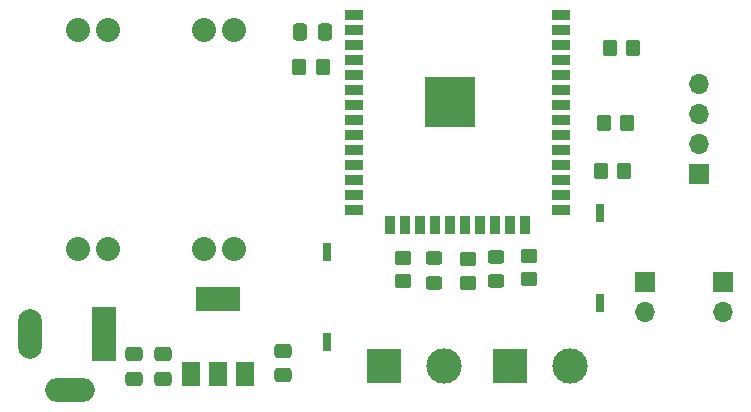
<source format=gbr>
%TF.GenerationSoftware,KiCad,Pcbnew,7.0.1*%
%TF.CreationDate,2023-04-20T23:02:29+02:00*%
%TF.ProjectId,Motordinges,4d6f746f-7264-4696-9e67-65732e6b6963,rev?*%
%TF.SameCoordinates,Original*%
%TF.FileFunction,Soldermask,Top*%
%TF.FilePolarity,Negative*%
%FSLAX46Y46*%
G04 Gerber Fmt 4.6, Leading zero omitted, Abs format (unit mm)*
G04 Created by KiCad (PCBNEW 7.0.1) date 2023-04-20 23:02:29*
%MOMM*%
%LPD*%
G01*
G04 APERTURE LIST*
G04 Aperture macros list*
%AMRoundRect*
0 Rectangle with rounded corners*
0 $1 Rounding radius*
0 $2 $3 $4 $5 $6 $7 $8 $9 X,Y pos of 4 corners*
0 Add a 4 corners polygon primitive as box body*
4,1,4,$2,$3,$4,$5,$6,$7,$8,$9,$2,$3,0*
0 Add four circle primitives for the rounded corners*
1,1,$1+$1,$2,$3*
1,1,$1+$1,$4,$5*
1,1,$1+$1,$6,$7*
1,1,$1+$1,$8,$9*
0 Add four rect primitives between the rounded corners*
20,1,$1+$1,$2,$3,$4,$5,0*
20,1,$1+$1,$4,$5,$6,$7,0*
20,1,$1+$1,$6,$7,$8,$9,0*
20,1,$1+$1,$8,$9,$2,$3,0*%
G04 Aperture macros list end*
%ADD10R,1.700000X1.700000*%
%ADD11O,1.700000X1.700000*%
%ADD12RoundRect,0.250000X0.337500X0.475000X-0.337500X0.475000X-0.337500X-0.475000X0.337500X-0.475000X0*%
%ADD13R,1.500000X2.000000*%
%ADD14R,3.800000X2.000000*%
%ADD15RoundRect,0.250000X0.475000X-0.337500X0.475000X0.337500X-0.475000X0.337500X-0.475000X-0.337500X0*%
%ADD16R,0.760000X1.600000*%
%ADD17RoundRect,0.250000X-0.475000X0.337500X-0.475000X-0.337500X0.475000X-0.337500X0.475000X0.337500X0*%
%ADD18RoundRect,0.250000X0.450000X-0.325000X0.450000X0.325000X-0.450000X0.325000X-0.450000X-0.325000X0*%
%ADD19R,1.500000X0.900000*%
%ADD20R,0.900000X1.500000*%
%ADD21C,0.600000*%
%ADD22R,4.200000X4.200000*%
%ADD23RoundRect,0.250000X-0.350000X-0.450000X0.350000X-0.450000X0.350000X0.450000X-0.350000X0.450000X0*%
%ADD24R,2.000000X4.600000*%
%ADD25O,2.000000X4.200000*%
%ADD26O,4.200000X2.000000*%
%ADD27RoundRect,0.250000X0.450000X-0.350000X0.450000X0.350000X-0.450000X0.350000X-0.450000X-0.350000X0*%
%ADD28RoundRect,0.250000X0.350000X0.450000X-0.350000X0.450000X-0.350000X-0.450000X0.350000X-0.450000X0*%
%ADD29R,3.000000X3.000000*%
%ADD30C,3.000000*%
%ADD31C,2.032000*%
G04 APERTURE END LIST*
D10*
%TO.C,Motor1*%
X140462000Y-67056000D03*
D11*
X140462000Y-69596000D03*
%TD*%
D10*
%TO.C,J1*%
X138430000Y-57912000D03*
D11*
X138430000Y-55372000D03*
X138430000Y-52832000D03*
X138430000Y-50292000D03*
%TD*%
D12*
%TO.C,C1*%
X106723000Y-45872400D03*
X104648000Y-45872400D03*
%TD*%
D13*
%TO.C,U3*%
X95363000Y-74803400D03*
X97663000Y-74803400D03*
D14*
X97663000Y-68503400D03*
D13*
X99963000Y-74803400D03*
%TD*%
D15*
%TO.C,C2*%
X103149400Y-74926100D03*
X103149400Y-72851100D03*
%TD*%
D16*
%TO.C,SW2*%
X130048000Y-61214000D03*
X130048000Y-68834000D03*
%TD*%
D17*
%TO.C,C3*%
X93014800Y-73130500D03*
X93014800Y-75205500D03*
%TD*%
D18*
%TO.C,D2*%
X115925600Y-67074000D03*
X115925600Y-65024000D03*
%TD*%
D19*
%TO.C,U1*%
X109220000Y-44450000D03*
X109220000Y-45720000D03*
X109220000Y-46990000D03*
X109220000Y-48260000D03*
X109220000Y-49530000D03*
X109220000Y-50800000D03*
X109220000Y-52070000D03*
X109220000Y-53340000D03*
X109220000Y-54610000D03*
X109220000Y-55880000D03*
X109220000Y-57150000D03*
X109220000Y-58420000D03*
X109220000Y-59690000D03*
X109220000Y-60960000D03*
D20*
X112260000Y-62210000D03*
X113530000Y-62210000D03*
X114800000Y-62210000D03*
X116070000Y-62210000D03*
X117340000Y-62210000D03*
X118610000Y-62210000D03*
X119880000Y-62210000D03*
X121150000Y-62210000D03*
X122420000Y-62210000D03*
X123690000Y-62210000D03*
D19*
X126720000Y-60960000D03*
X126720000Y-59690000D03*
X126720000Y-58420000D03*
X126720000Y-57150000D03*
X126720000Y-55880000D03*
X126720000Y-54610000D03*
X126720000Y-53340000D03*
X126720000Y-52070000D03*
X126720000Y-50800000D03*
X126720000Y-49530000D03*
X126720000Y-48260000D03*
X126720000Y-46990000D03*
X126720000Y-45720000D03*
X126720000Y-44450000D03*
D21*
X115765000Y-51027500D03*
X115765000Y-52552500D03*
X116527500Y-50265000D03*
X116527500Y-51790000D03*
X116527500Y-53315000D03*
X117290000Y-51027500D03*
D22*
X117290000Y-51790000D03*
D21*
X117290000Y-52552500D03*
X118052500Y-50265000D03*
X118052500Y-51790000D03*
X118052500Y-53315000D03*
X118815000Y-51027500D03*
X118815000Y-52552500D03*
%TD*%
D23*
%TO.C,R1*%
X104546400Y-48818800D03*
X106546400Y-48818800D03*
%TD*%
D16*
%TO.C,SW1*%
X106934000Y-64516000D03*
X106934000Y-72136000D03*
%TD*%
D15*
%TO.C,C4*%
X90576400Y-75205500D03*
X90576400Y-73130500D03*
%TD*%
D24*
%TO.C,J2*%
X88036400Y-71399400D03*
D25*
X81736400Y-71399400D03*
D26*
X85136400Y-76199400D03*
%TD*%
D18*
%TO.C,D1*%
X121208800Y-66963400D03*
X121208800Y-64913400D03*
%TD*%
D27*
%TO.C,R7*%
X118821200Y-67090800D03*
X118821200Y-65090800D03*
%TD*%
D28*
%TO.C,R5*%
X132826000Y-47244000D03*
X130826000Y-47244000D03*
%TD*%
%TO.C,R2*%
X132064000Y-57658000D03*
X130064000Y-57658000D03*
%TD*%
D29*
%TO.C,Motor1*%
X122428000Y-74168000D03*
D30*
X127508000Y-74168000D03*
%TD*%
D27*
%TO.C,R3*%
X124028200Y-66811400D03*
X124028200Y-64811400D03*
%TD*%
D31*
%TO.C,U2*%
X85852000Y-64262000D03*
X88392000Y-64262000D03*
X96520000Y-64262000D03*
X99060000Y-64262000D03*
X99060000Y-45720000D03*
X96520000Y-45720000D03*
X88392000Y-45720000D03*
X85852000Y-45720000D03*
%TD*%
D27*
%TO.C,R4*%
X113334800Y-66979800D03*
X113334800Y-64979800D03*
%TD*%
D28*
%TO.C,R6*%
X132318000Y-53594000D03*
X130318000Y-53594000D03*
%TD*%
D29*
%TO.C,Motor2*%
X111760000Y-74168000D03*
D30*
X116840000Y-74168000D03*
%TD*%
D10*
%TO.C,Motor2*%
X133858000Y-67056000D03*
D11*
X133858000Y-69596000D03*
%TD*%
M02*

</source>
